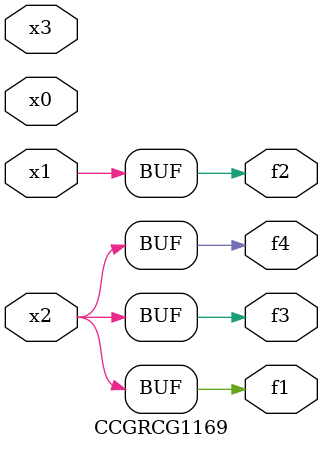
<source format=v>
module CCGRCG1169(
	input x0, x1, x2, x3,
	output f1, f2, f3, f4
);
	assign f1 = x2;
	assign f2 = x1;
	assign f3 = x2;
	assign f4 = x2;
endmodule

</source>
